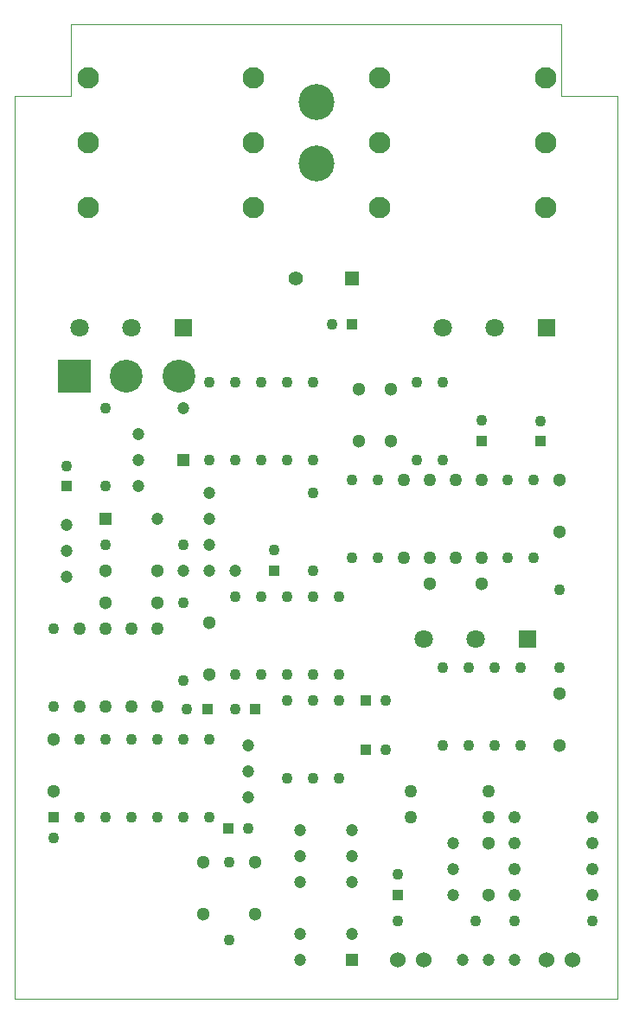
<source format=gbs>
G75*
%MOIN*%
%OFA0B0*%
%FSLAX25Y25*%
%IPPOS*%
%LPD*%
%AMOC8*
5,1,8,0,0,1.08239X$1,22.5*
%
%ADD10C,0.08268*%
%ADD11C,0.05512*%
%ADD12R,0.05512X0.05512*%
%ADD13R,0.07087X0.07087*%
%ADD14C,0.07087*%
%ADD15C,0.13843*%
%ADD16C,0.04331*%
%ADD17C,0.05118*%
%ADD18C,0.04724*%
%ADD19C,0.05000*%
%ADD20R,0.04724X0.04724*%
%ADD21R,0.12661X0.12661*%
%ADD22C,0.12661*%
%ADD23C,0.00000*%
%ADD24R,0.04331X0.04331*%
%ADD25C,0.04800*%
%ADD26C,0.04700*%
%ADD27C,0.06000*%
D10*
X0033051Y0309100D03*
X0033051Y0334100D03*
X0033051Y0359100D03*
X0096949Y0359100D03*
X0096949Y0334100D03*
X0096949Y0309100D03*
X0145551Y0309100D03*
X0145551Y0334100D03*
X0145551Y0359100D03*
X0209449Y0359100D03*
X0209449Y0334100D03*
X0209449Y0309100D03*
D11*
X0113250Y0281600D03*
D12*
X0135000Y0281600D03*
D13*
X0070000Y0262663D03*
X0202500Y0142663D03*
X0210000Y0262663D03*
D14*
X0190000Y0262663D03*
X0170000Y0262663D03*
X0162500Y0142663D03*
X0182500Y0142663D03*
X0050000Y0262663D03*
X0030000Y0262663D03*
D15*
X0121250Y0326163D03*
X0121250Y0349785D03*
D16*
X0127070Y0264098D03*
X0120000Y0241600D03*
X0110000Y0241600D03*
X0100000Y0241600D03*
X0090000Y0241696D03*
X0080000Y0241600D03*
X0080000Y0211600D03*
X0090000Y0211696D03*
X0100000Y0211600D03*
X0110000Y0211600D03*
X0120000Y0211600D03*
X0120000Y0199100D03*
X0135000Y0204100D03*
X0145000Y0204100D03*
X0160000Y0211600D03*
X0170000Y0211600D03*
X0184998Y0227030D03*
X0170000Y0241600D03*
X0160000Y0241600D03*
X0195000Y0204100D03*
X0205000Y0204100D03*
X0207498Y0226780D03*
X0205000Y0174100D03*
X0195000Y0174100D03*
X0215000Y0161600D03*
X0215000Y0131600D03*
X0200000Y0131600D03*
X0190000Y0131600D03*
X0180000Y0131600D03*
X0170000Y0131600D03*
X0170000Y0101600D03*
X0180000Y0101600D03*
X0190000Y0101600D03*
X0200000Y0101600D03*
X0197500Y0034100D03*
X0182500Y0034100D03*
X0152500Y0034100D03*
X0152498Y0052030D03*
X0130000Y0089100D03*
X0120000Y0089100D03*
X0110000Y0089100D03*
X0094940Y0069600D03*
X0087500Y0056600D03*
X0080000Y0074100D03*
X0070000Y0074004D03*
X0060000Y0074100D03*
X0050000Y0074100D03*
X0040000Y0074100D03*
X0030000Y0074100D03*
X0020000Y0066160D03*
X0030000Y0104100D03*
X0040000Y0104100D03*
X0050000Y0104100D03*
X0060000Y0104100D03*
X0070000Y0104004D03*
X0071310Y0115850D03*
X0070000Y0126600D03*
X0080000Y0104100D03*
X0089810Y0115600D03*
X0090000Y0129100D03*
X0100000Y0129100D03*
X0110000Y0129100D03*
X0110000Y0119100D03*
X0120000Y0119100D03*
X0120000Y0129100D03*
X0130000Y0129100D03*
X0130000Y0119100D03*
X0147930Y0119102D03*
X0147940Y0100100D03*
X0130000Y0159100D03*
X0135000Y0174100D03*
X0145000Y0174100D03*
X0120000Y0169100D03*
X0120000Y0159100D03*
X0110000Y0159100D03*
X0100000Y0159100D03*
X0090000Y0159100D03*
X0104998Y0177030D03*
X0070000Y0179100D03*
X0070000Y0156600D03*
X0040000Y0179100D03*
X0040000Y0201696D03*
X0024998Y0209530D03*
X0040000Y0231696D03*
X0020000Y0146600D03*
X0020000Y0116600D03*
X0087500Y0026600D03*
X0227500Y0034100D03*
D17*
X0187500Y0044100D03*
X0187500Y0064100D03*
X0215000Y0101600D03*
X0215000Y0121600D03*
X0185000Y0164100D03*
X0165000Y0164100D03*
X0150000Y0219100D03*
X0150000Y0239100D03*
X0137500Y0239100D03*
X0137500Y0219100D03*
X0080000Y0149100D03*
X0080000Y0129100D03*
X0060000Y0156600D03*
X0060000Y0169100D03*
X0040000Y0169100D03*
X0040000Y0156600D03*
X0020000Y0104100D03*
X0020000Y0084100D03*
X0077500Y0056600D03*
X0077500Y0036600D03*
X0097500Y0036600D03*
X0097500Y0056600D03*
X0215000Y0184100D03*
X0215000Y0204100D03*
D18*
X0135000Y0069100D03*
X0135000Y0059100D03*
X0135000Y0049100D03*
X0135000Y0029100D03*
X0115000Y0029100D03*
X0115000Y0019100D03*
X0115000Y0049100D03*
X0115000Y0059100D03*
X0115000Y0069100D03*
X0095000Y0081600D03*
X0095000Y0091600D03*
X0095000Y0101600D03*
X0090000Y0169100D03*
X0080000Y0169100D03*
X0080000Y0179100D03*
X0080000Y0189100D03*
X0080000Y0199100D03*
X0070000Y0169100D03*
X0060000Y0189100D03*
X0052500Y0201600D03*
X0052500Y0211600D03*
X0052500Y0221600D03*
X0070000Y0231600D03*
X0025000Y0186600D03*
X0025000Y0176600D03*
X0025000Y0166600D03*
X0177500Y0019100D03*
X0187500Y0019100D03*
X0197500Y0019100D03*
D19*
X0187500Y0074100D03*
X0187500Y0084100D03*
X0157500Y0084100D03*
X0157500Y0074100D03*
X0155000Y0174100D03*
X0165000Y0174100D03*
X0175000Y0174100D03*
X0185000Y0174100D03*
X0185000Y0204100D03*
X0175000Y0204100D03*
X0165000Y0204100D03*
X0155000Y0204100D03*
X0060000Y0146600D03*
X0050000Y0146600D03*
X0040000Y0146600D03*
X0030000Y0146600D03*
X0030000Y0116600D03*
X0040000Y0116600D03*
X0050000Y0116600D03*
X0060000Y0116600D03*
D20*
X0040000Y0189100D03*
X0070000Y0211600D03*
X0135000Y0019100D03*
D21*
X0027750Y0244100D03*
D22*
X0048000Y0244100D03*
X0068150Y0244100D03*
D23*
X0005000Y0004100D02*
X0237283Y0004100D01*
X0237283Y0352131D01*
X0215630Y0352131D01*
X0215630Y0379691D01*
X0026654Y0379691D01*
X0026654Y0352131D01*
X0005000Y0352131D01*
X0005000Y0004100D01*
D24*
X0020000Y0074040D03*
X0079190Y0115850D03*
X0097690Y0115600D03*
X0087060Y0069600D03*
X0140060Y0100100D03*
X0140070Y0119105D03*
X0104995Y0169170D03*
X0134930Y0264095D03*
X0184995Y0219170D03*
X0207495Y0218920D03*
X0152495Y0044170D03*
X0024995Y0201670D03*
D25*
X0197500Y0074100D03*
X0197500Y0064100D03*
X0197500Y0054100D03*
X0197500Y0044100D03*
X0227500Y0044100D03*
X0227500Y0054100D03*
X0227500Y0064100D03*
X0227500Y0074100D03*
D26*
X0173750Y0064100D03*
X0173750Y0054100D03*
X0173750Y0044100D03*
D27*
X0162500Y0019100D03*
X0152500Y0019100D03*
X0210000Y0019100D03*
X0220000Y0019100D03*
M02*

</source>
